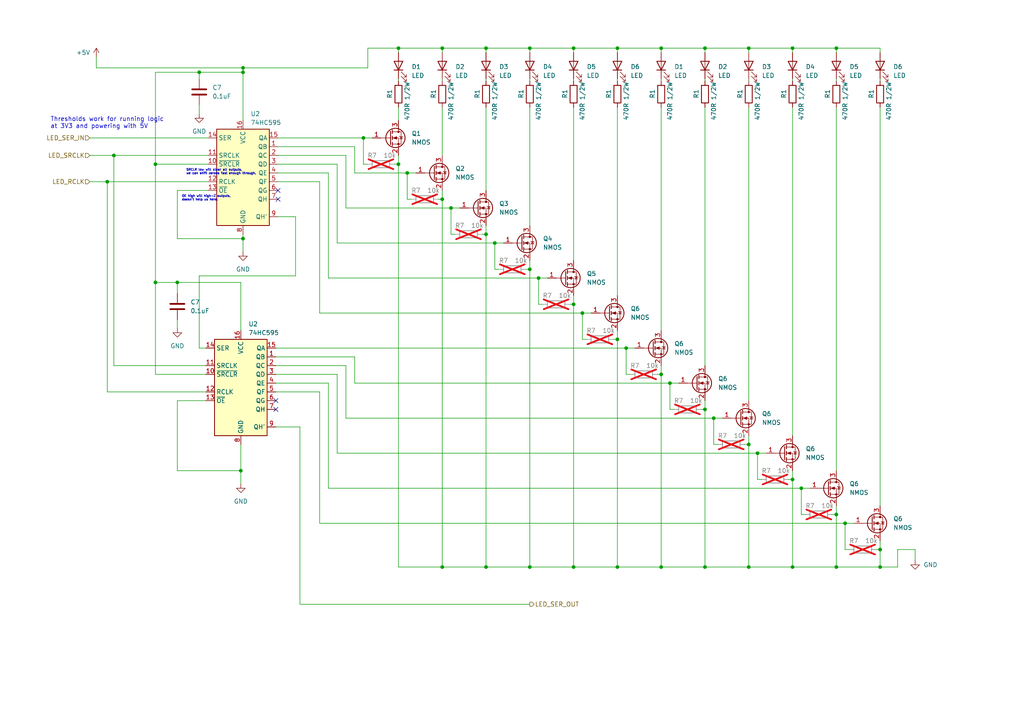
<source format=kicad_sch>
(kicad_sch (version 20230121) (generator eeschema)
  (paper "A4")
  (lib_symbols
    (symbol "74xx:74HC595"
      (property "Reference" "U" (at -7.62 13.97 0))
      (property "Value" "74HC595" (at -7.62 -16.51 0))
      (symbol "74HC595_1_0"
        (pin tri_state line (at 10.16 7.62 180) (length 2.54) (name "QB") (number "1"))
        (pin input line (at -10.16 2.54 0) (length 2.54) (name "~{SRCLR}") (number "10"))
        (pin input line (at -10.16 5.08 0) (length 2.54) (name "SRCLK") (number "11"))
        (pin input line (at -10.16 -2.54 0) (length 2.54) (name "RCLK") (number "12"))
        (pin input line (at -10.16 -5.08 0) (length 2.54) (name "~{OE}") (number "13"))
        (pin input line (at -10.16 10.16 0) (length 2.54) (name "SER") (number "14"))
        (pin tri_state line (at 10.16 10.16 180) (length 2.54) (name "QA") (number "15"))
        (pin power_in line (at 0 15.24 270) (length 2.54) (name "VCC") (number "16"))
        (pin tri_state line (at 10.16 5.08 180) (length 2.54) (name "QC") (number "2"))
        (pin tri_state line (at 10.16 2.54 180) (length 2.54) (name "QD") (number "3"))
        (pin tri_state line (at 10.16 0 180) (length 2.54) (name "QE") (number "4"))
        (pin tri_state line (at 10.16 -2.54 180) (length 2.54) (name "QF") (number "5"))
        (pin tri_state line (at 10.16 -5.08 180) (length 2.54) (name "QG") (number "6"))
        (pin tri_state line (at 10.16 -7.62 180) (length 2.54) (name "QH") (number "7"))
        (pin power_in line (at 0 -17.78 90) (length 2.54) (name "GND") (number "8"))
        (pin output line (at 10.16 -12.7 180) (length 2.54) (name "QH'") (number "9"))
      )
      (symbol "74HC595_1_1"
        (rectangle (start -7.62 12.7) (end 7.62 -15.24) (stroke (width 0.254)) (fill (type background)))
      )
    )
    (symbol "Device:C" (pin_numbers hide) (pin_names (offset 0.254))
      (property "Reference" "C" (at 0.635 2.54 0))
      (property "Value" "C" (at 0.635 -2.54 0))
      (symbol "C_0_1"
        (polyline (pts (xy -2.032 -0.762) (xy 2.032 -0.762)) (stroke (width 0.508)))
        (polyline (pts (xy -2.032 0.762) (xy 2.032 0.762)) (stroke (width 0.508)))
      )
      (symbol "C_1_1"
        (pin passive line (at 0 3.81 270) (length 2.794) (name "~") (number "1"))
        (pin passive line (at 0 -3.81 90) (length 2.794) (name "~") (number "2"))
      )
    )
    (symbol "Device:LED" (pin_numbers hide) (pin_names (offset 1.016) hide)
      (property "Reference" "D" (at 0 2.54 0))
      (property "Value" "LED" (at 0 -2.54 0))
      (symbol "LED_0_1"
        (polyline (pts (xy -1.27 -1.27) (xy -1.27 1.27)) (stroke (width 0.254)))
        (polyline (pts (xy -1.27 0) (xy 1.27 0)))
        (polyline (pts (xy 1.27 -1.27) (xy 1.27 1.27) (xy -1.27 0) (xy 1.27 -1.27)) (stroke (width 0.254)))
        (polyline (pts (xy -3.048 -0.762) (xy -4.572 -2.286) (xy -3.81 -2.286) (xy -4.572 -2.286) (xy -4.572 -1.524)))
        (polyline (pts (xy -1.778 -0.762) (xy -3.302 -2.286) (xy -2.54 -2.286) (xy -3.302 -2.286) (xy -3.302 -1.524)))
      )
      (symbol "LED_1_1"
        (pin passive line (at -3.81 0 0) (length 2.54) (name "K") (number "1"))
        (pin passive line (at 3.81 0 180) (length 2.54) (name "A") (number "2"))
      )
    )
    (symbol "Device:Q_NMOS_GSD" (pin_names (offset 0) hide)
      (property "Reference" "Q" (at 5.08 1.27 0))
      (property "Value" "Q_NMOS_GSD" (at 5.08 -1.27 0))
      (symbol "Q_NMOS_GSD_0_1"
        (polyline (pts (xy 0.254 0) (xy -2.54 0)))
        (polyline (pts (xy 0.254 1.905) (xy 0.254 -1.905)) (stroke (width 0.254)))
        (polyline (pts (xy 0.762 -1.27) (xy 0.762 -2.286)) (stroke (width 0.254)))
        (polyline (pts (xy 0.762 0.508) (xy 0.762 -0.508)) (stroke (width 0.254)))
        (polyline (pts (xy 0.762 2.286) (xy 0.762 1.27)) (stroke (width 0.254)))
        (polyline (pts (xy 2.54 2.54) (xy 2.54 1.778)))
        (polyline (pts (xy 2.54 -2.54) (xy 2.54 0) (xy 0.762 0)))
        (polyline (pts (xy 0.762 -1.778) (xy 3.302 -1.778) (xy 3.302 1.778) (xy 0.762 1.778)))
        (polyline (pts (xy 1.016 0) (xy 2.032 0.381) (xy 2.032 -0.381) (xy 1.016 0)) (fill (type outline)))
        (polyline (pts (xy 2.794 0.508) (xy 2.921 0.381) (xy 3.683 0.381) (xy 3.81 0.254)))
        (polyline (pts (xy 3.302 0.381) (xy 2.921 -0.254) (xy 3.683 -0.254) (xy 3.302 0.381)))
        (circle (center 1.651 0) (radius 2.794) (stroke (width 0.254)))
        (circle (center 2.54 -1.778) (radius 0.254) (fill (type outline)))
        (circle (center 2.54 1.778) (radius 0.254) (fill (type outline)))
      )
      (symbol "Q_NMOS_GSD_1_1"
        (pin input line (at -5.08 0 0) (length 2.54) (name "G") (number "1"))
        (pin passive line (at 2.54 -5.08 90) (length 2.54) (name "S") (number "2"))
        (pin passive line (at 2.54 5.08 270) (length 2.54) (name "D") (number "3"))
      )
    )
    (symbol "Device:R" (pin_numbers hide) (pin_names (offset 0))
      (property "Reference" "R" (at 2.032 0 90))
      (property "Value" "R" (at 0 0 90))
      (symbol "R_0_1"
        (rectangle (start -1.016 -2.54) (end 1.016 2.54) (stroke (width 0.254)))
      )
      (symbol "R_1_1"
        (pin passive line (at 0 3.81 270) (length 1.27) (name "~") (number "1"))
        (pin passive line (at 0 -3.81 90) (length 1.27) (name "~") (number "2"))
      )
    )
    (symbol "power:+5V" (power) (pin_names (offset 0))
      (property "Value" "+5V" (at 0 3.556 0))
      (symbol "+5V_0_1"
        (polyline (pts (xy -0.762 1.27) (xy 0 2.54)))
        (polyline (pts (xy 0 0) (xy 0 2.54)))
        (polyline (pts (xy 0 2.54) (xy 0.762 1.27)))
      )
      (symbol "+5V_1_1"
        (pin power_in line (at 0 0 90) (length 0) hide (name "+5V") (number "1"))
      )
    )
    (symbol "power:GND" (power) (pin_names (offset 0))
      (property "Value" "GND" (at 0 -3.81 0))
      (symbol "GND_0_1"
        (polyline (pts (xy 0 0) (xy 0 -1.27) (xy 1.27 -1.27) (xy 0 -2.54) (xy -1.27 -1.27) (xy 0 -1.27)))
      )
      (symbol "GND_1_1"
        (pin power_in line (at 0 0 270) (length 0) hide (name "GND") (number "1"))
      )
    )
  )
  (junction (at 156.21 80.645))
  (junction (at 118.11 50.165))
  (junction (at 153.67 13.97))
  (junction (at 33.02 45.085))
  (junction (at 57.785 20.955))
  (junction (at 255.27 164.465))
  (junction (at 143.51 70.485))
  (junction (at 128.27 13.97))
  (junction (at 242.57 149.225))
  (junction (at 140.97 164.465))
  (junction (at 191.77 108.585))
  (junction (at 51.435 81.915))
  (junction (at 140.97 13.97))
  (junction (at 153.67 78.105))
  (junction (at 179.07 98.425))
  (junction (at 115.57 13.97))
  (junction (at 229.87 13.97))
  (junction (at 128.27 57.785))
  (junction (at 232.41 141.605))
  (junction (at 229.87 164.465))
  (junction (at 31.115 52.705))
  (junction (at 105.41 40.005))
  (junction (at 166.37 164.465))
  (junction (at 191.77 13.97))
  (junction (at 153.67 164.465))
  (junction (at 207.01 121.285))
  (junction (at 166.37 88.265))
  (junction (at 45.085 81.915))
  (junction (at 179.07 164.465))
  (junction (at 69.85 136.525))
  (junction (at 130.81 60.325))
  (junction (at 179.07 13.97))
  (junction (at 204.47 164.465))
  (junction (at 204.47 118.745))
  (junction (at 204.47 13.97))
  (junction (at 45.085 47.625))
  (junction (at 70.485 19.685))
  (junction (at 217.17 13.97))
  (junction (at 229.87 139.065))
  (junction (at 168.91 90.805))
  (junction (at 181.61 100.965))
  (junction (at 219.71 131.445))
  (junction (at 242.57 164.465))
  (junction (at 128.27 164.465))
  (junction (at 115.57 47.625))
  (junction (at 245.11 151.765))
  (junction (at 217.17 164.465))
  (junction (at 166.37 13.97))
  (junction (at 191.77 164.465))
  (junction (at 242.57 13.97))
  (junction (at 70.485 69.215))
  (junction (at 140.97 67.945))
  (junction (at 217.17 128.905))
  (junction (at 255.27 159.385))
  (junction (at 194.31 111.125))
  (junction (at 70.485 20.955))
  (no_connect (at 80.645 57.785))
  (no_connect (at 80.645 55.245))
  (no_connect (at 80.01 116.205))
  (no_connect (at 80.01 118.745))
  (wire (pts (xy 204.47 31.115) (xy 204.47 106.045)))
  (wire (pts (xy 166.37 31.115) (xy 166.37 75.565)))
  (wire (pts (xy 60.325 55.245) (xy 51.435 55.245)))
  (wire (pts (xy 207.01 128.905) (xy 207.01 121.285)))
  (wire (pts (xy 102.87 50.165) (xy 118.11 50.165)))
  (wire (pts (xy 194.31 111.125) (xy 196.85 111.125)))
  (wire (pts (xy 228.6 139.065) (xy 229.87 139.065)))
  (wire (pts (xy 140.97 22.86) (xy 140.97 23.495)))
  (wire (pts (xy 217.17 22.86) (xy 217.17 23.495)))
  (wire (pts (xy 217.17 128.905) (xy 217.17 164.465)))
  (wire (pts (xy 118.11 50.165) (xy 120.65 50.165)))
  (wire (pts (xy 57.785 80.01) (xy 57.785 100.965)))
  (wire (pts (xy 92.71 52.705) (xy 80.645 52.705)))
  (wire (pts (xy 219.71 131.445) (xy 222.25 131.445)))
  (wire (pts (xy 26.035 52.705) (xy 31.115 52.705)))
  (wire (pts (xy 95.25 50.165) (xy 95.25 80.645)))
  (wire (pts (xy 140.97 67.945) (xy 140.97 164.465)))
  (wire (pts (xy 92.71 113.665) (xy 92.71 151.765)))
  (wire (pts (xy 233.68 149.225) (xy 232.41 149.225)))
  (wire (pts (xy 191.77 106.045) (xy 191.77 108.585)))
  (wire (pts (xy 153.67 75.565) (xy 153.67 78.105)))
  (wire (pts (xy 204.47 164.465) (xy 217.17 164.465)))
  (wire (pts (xy 191.77 164.465) (xy 204.47 164.465)))
  (wire (pts (xy 179.07 95.885) (xy 179.07 98.425)))
  (wire (pts (xy 100.33 121.285) (xy 207.01 121.285)))
  (wire (pts (xy 115.57 47.625) (xy 115.57 164.465)))
  (wire (pts (xy 219.71 139.065) (xy 219.71 131.445)))
  (wire (pts (xy 69.85 136.525) (xy 69.85 140.335)))
  (wire (pts (xy 203.2 118.745) (xy 204.47 118.745)))
  (wire (pts (xy 92.71 90.805) (xy 168.91 90.805)))
  (wire (pts (xy 127 57.785) (xy 128.27 57.785)))
  (wire (pts (xy 255.27 31.115) (xy 255.27 146.685)))
  (wire (pts (xy 232.41 141.605) (xy 234.95 141.605)))
  (wire (pts (xy 106.68 19.685) (xy 106.68 13.97)))
  (wire (pts (xy 33.02 106.045) (xy 59.69 106.045)))
  (wire (pts (xy 115.57 22.86) (xy 115.57 23.495)))
  (wire (pts (xy 80.645 62.865) (xy 85.725 62.865)))
  (wire (pts (xy 265.43 162.56) (xy 265.43 159.385)))
  (wire (pts (xy 69.85 81.915) (xy 69.85 95.885)))
  (wire (pts (xy 106.68 47.625) (xy 105.41 47.625)))
  (wire (pts (xy 191.77 108.585) (xy 191.77 164.465)))
  (wire (pts (xy 140.97 31.115) (xy 140.97 55.245)))
  (wire (pts (xy 179.07 98.425) (xy 179.07 164.465)))
  (wire (pts (xy 31.115 52.705) (xy 31.115 113.665)))
  (wire (pts (xy 143.51 78.105) (xy 143.51 70.485)))
  (wire (pts (xy 255.27 13.97) (xy 255.27 15.24)))
  (wire (pts (xy 128.27 55.245) (xy 128.27 57.785)))
  (wire (pts (xy 242.57 146.685) (xy 242.57 149.225)))
  (wire (pts (xy 45.085 47.625) (xy 45.085 81.915)))
  (wire (pts (xy 229.87 164.465) (xy 242.57 164.465)))
  (wire (pts (xy 232.41 149.225) (xy 232.41 141.605)))
  (wire (pts (xy 69.85 128.905) (xy 69.85 136.525)))
  (wire (pts (xy 97.79 47.625) (xy 97.79 70.485)))
  (wire (pts (xy 179.07 164.465) (xy 191.77 164.465)))
  (wire (pts (xy 181.61 108.585) (xy 181.61 100.965)))
  (wire (pts (xy 92.71 151.765) (xy 245.11 151.765)))
  (wire (pts (xy 166.37 22.86) (xy 166.37 23.495)))
  (wire (pts (xy 51.435 81.915) (xy 45.085 81.915)))
  (wire (pts (xy 245.11 151.765) (xy 247.65 151.765)))
  (wire (pts (xy 85.725 80.01) (xy 57.785 80.01)))
  (wire (pts (xy 102.87 42.545) (xy 80.645 42.545)))
  (wire (pts (xy 115.57 13.97) (xy 128.27 13.97)))
  (wire (pts (xy 179.07 13.97) (xy 191.77 13.97)))
  (wire (pts (xy 153.67 31.115) (xy 153.67 65.405)))
  (wire (pts (xy 156.21 88.265) (xy 156.21 80.645)))
  (wire (pts (xy 140.97 13.97) (xy 153.67 13.97)))
  (wire (pts (xy 166.37 13.97) (xy 179.07 13.97)))
  (wire (pts (xy 80.01 106.045) (xy 100.33 106.045)))
  (wire (pts (xy 179.07 13.97) (xy 179.07 15.24)))
  (wire (pts (xy 95.25 111.125) (xy 80.01 111.125)))
  (wire (pts (xy 217.17 13.97) (xy 229.87 13.97)))
  (wire (pts (xy 60.325 47.625) (xy 45.085 47.625)))
  (wire (pts (xy 204.47 22.86) (xy 204.47 23.495)))
  (wire (pts (xy 217.17 164.465) (xy 229.87 164.465)))
  (wire (pts (xy 229.87 13.97) (xy 229.87 15.24)))
  (wire (pts (xy 45.085 20.955) (xy 57.785 20.955)))
  (wire (pts (xy 260.35 164.465) (xy 255.27 164.465)))
  (wire (pts (xy 102.87 103.505) (xy 102.87 111.125)))
  (wire (pts (xy 80.645 40.005) (xy 105.41 40.005)))
  (wire (pts (xy 97.79 108.585) (xy 80.01 108.585)))
  (wire (pts (xy 207.01 121.285) (xy 209.55 121.285)))
  (wire (pts (xy 51.435 69.215) (xy 70.485 69.215)))
  (wire (pts (xy 179.07 22.86) (xy 179.07 23.495)))
  (wire (pts (xy 217.17 31.115) (xy 217.17 116.205)))
  (wire (pts (xy 255.27 159.385) (xy 255.27 164.465)))
  (wire (pts (xy 70.485 69.215) (xy 70.485 73.025)))
  (wire (pts (xy 115.57 45.085) (xy 115.57 47.625)))
  (wire (pts (xy 45.085 81.915) (xy 45.085 108.585)))
  (wire (pts (xy 255.27 156.845) (xy 255.27 159.385)))
  (wire (pts (xy 194.31 118.745) (xy 194.31 111.125)))
  (wire (pts (xy 100.33 45.085) (xy 100.33 60.325)))
  (wire (pts (xy 85.725 62.865) (xy 85.725 80.01)))
  (wire (pts (xy 165.1 88.265) (xy 166.37 88.265)))
  (wire (pts (xy 168.91 98.425) (xy 168.91 90.805)))
  (wire (pts (xy 45.085 20.955) (xy 45.085 47.625)))
  (wire (pts (xy 170.18 98.425) (xy 168.91 98.425)))
  (wire (pts (xy 215.9 128.905) (xy 217.17 128.905)))
  (wire (pts (xy 128.27 57.785) (xy 128.27 164.465)))
  (wire (pts (xy 70.485 20.955) (xy 70.485 34.925)))
  (wire (pts (xy 242.57 164.465) (xy 255.27 164.465)))
  (wire (pts (xy 105.41 47.625) (xy 105.41 40.005)))
  (wire (pts (xy 195.58 118.745) (xy 194.31 118.745)))
  (wire (pts (xy 115.57 164.465) (xy 128.27 164.465)))
  (wire (pts (xy 181.61 100.965) (xy 184.15 100.965)))
  (wire (pts (xy 204.47 118.745) (xy 204.47 164.465)))
  (wire (pts (xy 217.17 13.97) (xy 217.17 15.24)))
  (wire (pts (xy 95.25 111.125) (xy 95.25 141.605)))
  (wire (pts (xy 246.38 159.385) (xy 245.11 159.385)))
  (wire (pts (xy 191.77 22.86) (xy 191.77 23.495)))
  (wire (pts (xy 51.435 81.915) (xy 51.435 85.09)))
  (wire (pts (xy 70.485 19.685) (xy 70.485 20.955)))
  (wire (pts (xy 115.57 13.97) (xy 115.57 15.24)))
  (wire (pts (xy 242.57 31.115) (xy 242.57 136.525)))
  (wire (pts (xy 57.785 20.955) (xy 70.485 20.955)))
  (wire (pts (xy 152.4 78.105) (xy 153.67 78.105)))
  (wire (pts (xy 245.11 159.385) (xy 245.11 151.765)))
  (wire (pts (xy 97.79 131.445) (xy 219.71 131.445)))
  (wire (pts (xy 26.035 40.005) (xy 60.325 40.005)))
  (wire (pts (xy 140.97 13.97) (xy 140.97 15.24)))
  (wire (pts (xy 130.81 60.325) (xy 133.35 60.325)))
  (wire (pts (xy 177.8 98.425) (xy 179.07 98.425)))
  (wire (pts (xy 97.79 70.485) (xy 143.51 70.485)))
  (wire (pts (xy 153.67 13.97) (xy 166.37 13.97)))
  (wire (pts (xy 128.27 22.86) (xy 128.27 23.495)))
  (wire (pts (xy 229.87 22.86) (xy 229.87 23.495)))
  (wire (pts (xy 166.37 85.725) (xy 166.37 88.265)))
  (wire (pts (xy 119.38 57.785) (xy 118.11 57.785)))
  (wire (pts (xy 229.87 13.97) (xy 242.57 13.97)))
  (wire (pts (xy 95.25 141.605) (xy 232.41 141.605)))
  (wire (pts (xy 128.27 13.97) (xy 128.27 15.24)))
  (wire (pts (xy 157.48 88.265) (xy 156.21 88.265)))
  (wire (pts (xy 265.43 159.385) (xy 260.35 159.385)))
  (wire (pts (xy 182.88 108.585) (xy 181.61 108.585)))
  (wire (pts (xy 229.87 139.065) (xy 229.87 164.465)))
  (wire (pts (xy 242.57 13.97) (xy 255.27 13.97)))
  (wire (pts (xy 106.68 13.97) (xy 115.57 13.97)))
  (wire (pts (xy 191.77 13.97) (xy 191.77 15.24)))
  (wire (pts (xy 242.57 13.97) (xy 242.57 15.24)))
  (wire (pts (xy 80.645 45.085) (xy 100.33 45.085)))
  (wire (pts (xy 166.37 88.265) (xy 166.37 164.465)))
  (wire (pts (xy 80.645 50.165) (xy 95.25 50.165)))
  (wire (pts (xy 80.01 103.505) (xy 102.87 103.505)))
  (wire (pts (xy 128.27 164.465) (xy 140.97 164.465)))
  (wire (pts (xy 26.035 45.085) (xy 33.02 45.085)))
  (wire (pts (xy 114.3 47.625) (xy 115.57 47.625)))
  (wire (pts (xy 27.94 16.51) (xy 27.94 19.685)))
  (wire (pts (xy 31.115 113.665) (xy 59.69 113.665)))
  (wire (pts (xy 242.57 22.86) (xy 242.57 23.495)))
  (wire (pts (xy 100.33 60.325) (xy 130.81 60.325)))
  (wire (pts (xy 191.77 13.97) (xy 204.47 13.97)))
  (wire (pts (xy 31.115 52.705) (xy 60.325 52.705)))
  (wire (pts (xy 179.07 31.115) (xy 179.07 85.725)))
  (wire (pts (xy 255.27 22.86) (xy 255.27 23.495)))
  (wire (pts (xy 70.485 19.685) (xy 106.68 19.685)))
  (wire (pts (xy 105.41 40.005) (xy 107.95 40.005)))
  (wire (pts (xy 57.785 100.965) (xy 59.69 100.965)))
  (wire (pts (xy 59.69 116.205) (xy 51.435 116.205)))
  (wire (pts (xy 242.57 149.225) (xy 242.57 164.465)))
  (wire (pts (xy 102.87 42.545) (xy 102.87 50.165)))
  (wire (pts (xy 51.435 116.205) (xy 51.435 136.525)))
  (wire (pts (xy 204.47 13.97) (xy 204.47 15.24)))
  (wire (pts (xy 97.79 108.585) (xy 97.79 131.445)))
  (wire (pts (xy 204.47 13.97) (xy 217.17 13.97)))
  (wire (pts (xy 220.98 139.065) (xy 219.71 139.065)))
  (wire (pts (xy 166.37 164.465) (xy 179.07 164.465)))
  (wire (pts (xy 153.67 22.86) (xy 153.67 23.495)))
  (wire (pts (xy 80.01 123.825) (xy 86.995 123.825)))
  (wire (pts (xy 191.77 31.115) (xy 191.77 95.885)))
  (wire (pts (xy 140.97 164.465) (xy 153.67 164.465)))
  (wire (pts (xy 139.7 67.945) (xy 140.97 67.945)))
  (wire (pts (xy 260.35 159.385) (xy 260.35 164.465)))
  (wire (pts (xy 144.78 78.105) (xy 143.51 78.105)))
  (wire (pts (xy 140.97 65.405) (xy 140.97 67.945)))
  (wire (pts (xy 57.785 20.955) (xy 57.785 22.86)))
  (wire (pts (xy 204.47 116.205) (xy 204.47 118.745)))
  (wire (pts (xy 97.79 47.625) (xy 80.645 47.625)))
  (wire (pts (xy 132.08 67.945) (xy 130.81 67.945)))
  (wire (pts (xy 33.02 45.085) (xy 60.325 45.085)))
  (wire (pts (xy 168.91 90.805) (xy 171.45 90.805)))
  (wire (pts (xy 80.01 100.965) (xy 181.61 100.965)))
  (wire (pts (xy 115.57 31.115) (xy 115.57 34.925)))
  (wire (pts (xy 156.21 80.645) (xy 158.75 80.645)))
  (wire (pts (xy 130.81 67.945) (xy 130.81 60.325)))
  (wire (pts (xy 102.87 111.125) (xy 194.31 111.125)))
  (wire (pts (xy 217.17 126.365) (xy 217.17 128.905)))
  (wire (pts (xy 70.485 67.945) (xy 70.485 69.215)))
  (wire (pts (xy 118.11 57.785) (xy 118.11 50.165)))
  (wire (pts (xy 86.995 175.26) (xy 153.67 175.26)))
  (wire (pts (xy 128.27 31.115) (xy 128.27 45.085)))
  (wire (pts (xy 229.87 136.525) (xy 229.87 139.065)))
  (wire (pts (xy 69.85 81.915) (xy 51.435 81.915)))
  (wire (pts (xy 190.5 108.585) (xy 191.77 108.585)))
  (wire (pts (xy 128.27 13.97) (xy 140.97 13.97)))
  (wire (pts (xy 100.33 106.045) (xy 100.33 121.285)))
  (wire (pts (xy 208.28 128.905) (xy 207.01 128.905)))
  (wire (pts (xy 51.435 92.71) (xy 51.435 95.25)))
  (wire (pts (xy 166.37 13.97) (xy 166.37 15.24)))
  (wire (pts (xy 153.67 78.105) (xy 153.67 164.465)))
  (wire (pts (xy 143.51 70.485) (xy 146.05 70.485)))
  (wire (pts (xy 57.785 30.48) (xy 57.785 33.02)))
  (wire (pts (xy 86.995 123.825) (xy 86.995 175.26)))
  (wire (pts (xy 59.69 108.585) (xy 45.085 108.585)))
  (wire (pts (xy 51.435 136.525) (xy 69.85 136.525)))
  (wire (pts (xy 229.87 31.115) (xy 229.87 126.365)))
  (wire (pts (xy 51.435 55.245) (xy 51.435 69.215)))
  (wire (pts (xy 254 159.385) (xy 255.27 159.385)))
  (wire (pts (xy 241.3 149.225) (xy 242.57 149.225)))
  (wire (pts (xy 92.71 52.705) (xy 92.71 90.805)))
  (wire (pts (xy 92.71 113.665) (xy 80.01 113.665)))
  (wire (pts (xy 153.67 13.97) (xy 153.67 15.24)))
  (wire (pts (xy 95.25 80.645) (xy 156.21 80.645)))
  (wire (pts (xy 27.94 19.685) (xy 70.485 19.685)))
  (wire (pts (xy 153.67 164.465) (xy 166.37 164.465)))
  (wire (pts (xy 33.02 45.085) (xy 33.02 106.045)))
  (text "SRCLR low will clear all outputs,\nwe can shift zeroes fast enough through." (at 53.975 50.8 0) (effects (font (size 0.635 0.635)) (justify left bottom)))
  (text "OE high will high-Z outputs,\ndoesn't help us here." (at 52.705 58.42 0) (effects (font (size 0.635 0.635)) (justify left bottom)))
  (text "Thresholds work for running logic\nat 3V3 and powering with 5V" (at 14.605 37.465 0) (effects (font (size 1.27 1.27)) (justify left bottom)))
  (hierarchical_label "LED_RCLK" (shape input) (at 26.035 52.705 180))
  (hierarchical_label "LED_SER_IN" (shape input) (at 26.035 40.005 180))
  (hierarchical_label "LED_SER_OUT" (shape output) (at 153.67 175.26 0))
  (hierarchical_label "LED_SRCLK" (shape input) (at 26.035 45.085 180))
  (symbol (lib_id "Device:R") (at 166.37 27.305 0) (unit 1)
    (property "Reference" "R1" (at 163.83 28.575 90) (effects (justify left)))
    (property "Value" "470R 1/2W" (at 168.91 34.925 90) (effects (justify left)))
    (property "Footprint" "Resistor_SMD:R_1206_3216Metric" (effects hide))
    (property "MPN" "ERJ-P08J471V" (effects hide))
    (property "Link" "https://www.digikey.de/en/products/detail/panasonic-electronic-components/ERJ-P08J471V/525396" (effects hide))
    (instances (project "button-board" (path "" (reference "R1") (unit 1)) (path "" (reference "R21") (unit 1)) (path "" (reference "R81") (unit 1)) (path "" (reference "R34") (unit 1))))
  )
  (symbol (lib_id "Device:R") (at 179.07 27.305 0) (unit 1)
    (property "Reference" "R1" (at 176.53 28.575 90) (effects (justify left)))
    (property "Value" "470R 1/2W" (at 181.61 34.925 90) (effects (justify left)))
    (property "Footprint" "Resistor_SMD:R_1206_3216Metric" (effects hide))
    (property "MPN" "ERJ-P08J471V" (effects hide))
    (property "Link" "https://www.digikey.de/en/products/detail/panasonic-electronic-components/ERJ-P08J471V/525396" (effects hide))
    (instances (project "button-board" (path "" (reference "R1") (unit 1)) (path "" (reference "R21") (unit 1)) (path "" (reference "R83") (unit 1)) (path "" (reference "R35") (unit 1))))
  )
  (symbol (lib_id "Device:Q_NMOS_GSD") (at 252.73 151.765 0) (unit 1)
    (property "Reference" "Q6" (at 259.08 150.495 0) (effects (justify left)))
    (property "Value" "NMOS" (at 259.08 153.035 0) (effects (justify left)))
    (property "Footprint" "Package_TO_SOT_SMD:TSOT-23" (effects hide))
    (property "Link" "https://www.digikey.de/en/products/detail/anbon-semiconductor-int-l-limited/AS2302/16708469" (effects hide))
    (property "MPN" "AS2302" (effects hide))
    (instances (project "button-board" (path "" (reference "Q6") (unit 1)) (path "" (reference "Q12") (unit 1)) (path "" (reference "Q37") (unit 1)) (path "" (reference "Q24") (unit 1))))
  )
  (symbol (lib_id "Device:R") (at 255.27 27.305 0) (unit 1)
    (property "Reference" "R1" (at 252.73 28.575 90) (effects (justify left)))
    (property "Value" "470R 1/2W" (at 257.81 34.925 90) (effects (justify left)))
    (property "Footprint" "Resistor_SMD:R_1206_3216Metric" (effects hide))
    (property "MPN" "ERJ-P08J471V" (effects hide))
    (property "Link" "https://www.digikey.de/en/products/detail/panasonic-electronic-components/ERJ-P08J471V/525396" (effects hide))
    (instances (project "button-board" (path "" (reference "R1") (unit 1)) (path "" (reference "R21") (unit 1)) (path "" (reference "R95") (unit 1)) (path "" (reference "R64") (unit 1))))
  )
  (symbol (lib_id "Device:LED") (at 140.97 19.05 90) (unit 1)
    (property "Reference" "D3" (at 144.78 19.3675 90) (effects (justify right)))
    (property "Value" "LED" (at 144.78 21.9075 90) (effects (justify right)))
    (property "Footprint" "LED_SMD:LED_SunLED_XZ_Reverse_Mount" (effects hide))
    (instances (project "button-board" (path "" (reference "D3") (unit 1)) (path "" (reference "D9") (unit 1)) (path "" (reference "D30") (unit 1)) (path "" (reference "D3") (unit 1))))
  )
  (symbol (lib_id "Device:Q_NMOS_GSD") (at 240.03 141.605 0) (unit 1)
    (property "Reference" "Q6" (at 246.38 140.335 0) (effects (justify left)))
    (property "Value" "NMOS" (at 246.38 142.875 0) (effects (justify left)))
    (property "Footprint" "Package_TO_SOT_SMD:TSOT-23" (effects hide))
    (property "Link" "https://www.digikey.de/en/products/detail/anbon-semiconductor-int-l-limited/AS2302/16708469" (effects hide))
    (property "MPN" "AS2302" (effects hide))
    (instances (project "button-board" (path "" (reference "Q6") (unit 1)) (path "" (reference "Q12") (unit 1)) (path "" (reference "Q36") (unit 1)) (path "" (reference "Q23") (unit 1))))
  )
  (symbol (lib_id "Device:R") (at 140.97 27.305 0) (unit 1)
    (property "Reference" "R1" (at 138.43 28.575 90) (effects (justify left)))
    (property "Value" "470R 1/2W" (at 143.51 34.925 90) (effects (justify left)))
    (property "Footprint" "Resistor_SMD:R_1206_3216Metric" (effects hide))
    (property "MPN" "ERJ-P08J471V" (effects hide))
    (property "Link" "https://www.digikey.de/en/products/detail/panasonic-electronic-components/ERJ-P08J471V/525396" (effects hide))
    (instances (project "button-board" (path "" (reference "R1") (unit 1)) (path "" (reference "R21") (unit 1)) (path "" (reference "R77") (unit 1)) (path "" (reference "R19") (unit 1))))
  )
  (symbol (lib_id "Device:Q_NMOS_GSD") (at 176.53 90.805 0) (unit 1)
    (property "Reference" "Q6" (at 182.88 89.535 0) (effects (justify left)))
    (property "Value" "NMOS" (at 182.88 92.075 0) (effects (justify left)))
    (property "Footprint" "Package_TO_SOT_SMD:TSOT-23" (effects hide))
    (property "Link" "https://www.digikey.de/en/products/detail/anbon-semiconductor-int-l-limited/AS2302/16708469" (effects hide))
    (property "MPN" "AS2302" (effects hide))
    (instances (project "button-board" (path "" (reference "Q6") (unit 1)) (path "" (reference "Q12") (unit 1)) (path "" (reference "Q31") (unit 1)) (path "" (reference "Q6") (unit 1))))
  )
  (symbol (lib_id "Device:R") (at 212.09 128.905 90) (unit 1) (in_bom no) (dnp yes)
    (property "Reference" "R7" (at 209.55 126.365 90))
    (property "Value" "10k" (at 214.63 126.365 90))
    (property "Footprint" "Resistor_SMD:R_0603_1608Metric" (effects hide))
    (instances (project "button-board" (path "" (reference "R7") (unit 1)) (path "" (reference "R30") (unit 1)) (path "" (reference "R88") (unit 1)) (path "" (reference "R102") (unit 1))))
  )
  (symbol (lib_id "74xx:74HC595") (at 70.485 50.165 0) (unit 1)
    (property "Reference" "U2" (at 72.6791 33.02 0) (effects (justify left)))
    (property "Value" "74HC595" (at 72.6791 35.56 0) (effects (justify left)))
    (property "Footprint" "Package_SO:TSSOP-16_4.4x5mm_P0.65mm" (effects hide))
    (property "Datasheet" "http://www.ti.com/lit/ds/symlink/sn74hc595.pdf" (effects hide))
    (property "Link" "https://www.digikey.de/en/products/detail/nexperia-usa-inc/74HC595PW-118/946653" (effects hide))
    (property "MPN" "74HC595PW,118" (effects hide))
    (instances (project "button-board" (path "" (reference "U2") (unit 1)) (path "" (reference "U2") (unit 1)) (path "" (reference "U4") (unit 1)) (path "" (reference "U9") (unit 1)) (path "" (reference "U8") (unit 1))))
  )
  (symbol (lib_id "Device:R") (at 204.47 27.305 0) (unit 1)
    (property "Reference" "R1" (at 201.93 28.575 90) (effects (justify left)))
    (property "Value" "470R 1/2W" (at 207.01 34.925 90) (effects (justify left)))
    (property "Footprint" "Resistor_SMD:R_1206_3216Metric" (effects hide))
    (property "MPN" "ERJ-P08J471V" (effects hide))
    (property "Link" "https://www.digikey.de/en/products/detail/panasonic-electronic-components/ERJ-P08J471V/525396" (effects hide))
    (instances (project "button-board" (path "" (reference "R1") (unit 1)) (path "" (reference "R21") (unit 1)) (path "" (reference "R87") (unit 1)) (path "" (reference "R2") (unit 1))))
  )
  (symbol (lib_id "power:GND") (at 57.785 33.02 0) (unit 1)
    (property "Reference" "#PWR08" (effects hide))
    (property "Value" "GND" (at 57.785 38.1 0))
    (instances (project "button-board" (path "" (reference "#PWR08") (unit 1)) (path "" (reference "#PWR039") (unit 1)) (path "" (reference "#PWR035") (unit 1))))
  )
  (symbol (lib_id "Device:LED") (at 166.37 19.05 90) (unit 1)
    (property "Reference" "D5" (at 170.18 19.3675 90) (effects (justify right)))
    (property "Value" "LED" (at 170.18 21.9075 90) (effects (justify right)))
    (property "Footprint" "LED_SMD:LED_SunLED_XZ_Reverse_Mount" (effects hide))
    (instances (project "button-board" (path "" (reference "D5") (unit 1)) (path "" (reference "D11") (unit 1)) (path "" (reference "D32") (unit 1)) (path "" (reference "D5") (unit 1))))
  )
  (symbol (lib_id "Device:R") (at 153.67 27.305 0) (unit 1)
    (property "Reference" "R1" (at 151.13 28.575 90) (effects (justify left)))
    (property "Value" "470R 1/2W" (at 156.21 34.925 90) (effects (justify left)))
    (property "Footprint" "Resistor_SMD:R_1206_3216Metric" (effects hide))
    (property "MPN" "ERJ-P08J471V" (effects hide))
    (property "Link" "https://www.digikey.de/en/products/detail/panasonic-electronic-components/ERJ-P08J471V/525396" (effects hide))
    (instances (project "button-board" (path "" (reference "R1") (unit 1)) (path "" (reference "R21") (unit 1)) (path "" (reference "R79") (unit 1)) (path "" (reference "R20") (unit 1))))
  )
  (symbol (lib_id "Device:LED") (at 204.47 19.05 90) (unit 1)
    (property "Reference" "D2" (at 208.28 19.3675 90) (effects (justify right)))
    (property "Value" "LED" (at 208.28 21.9075 90) (effects (justify right)))
    (property "Footprint" "LTST-C230K:LED_LTST-C230K" (effects hide))
    (instances (project "button-board" (path "" (reference "D2") (unit 1)) (path "" (reference "D8") (unit 1)) (path "" (reference "D35") (unit 1)) (path "" (reference "D20") (unit 1))))
  )
  (symbol (lib_id "Device:R") (at 186.69 108.585 90) (unit 1) (in_bom no) (dnp yes)
    (property "Reference" "R7" (at 184.15 106.045 90))
    (property "Value" "10k" (at 189.23 106.045 90))
    (property "Footprint" "Resistor_SMD:R_0603_1608Metric" (effects hide))
    (instances (project "button-board" (path "" (reference "R7") (unit 1)) (path "" (reference "R30") (unit 1)) (path "" (reference "R84") (unit 1)) (path "" (reference "R65") (unit 1))))
  )
  (symbol (lib_id "Device:Q_NMOS_GSD") (at 227.33 131.445 0) (unit 1)
    (property "Reference" "Q6" (at 233.68 130.175 0) (effects (justify left)))
    (property "Value" "NMOS" (at 233.68 132.715 0) (effects (justify left)))
    (property "Footprint" "Package_TO_SOT_SMD:TSOT-23" (effects hide))
    (property "Link" "https://www.digikey.de/en/products/detail/anbon-semiconductor-int-l-limited/AS2302/16708469" (effects hide))
    (property "MPN" "AS2302" (effects hide))
    (instances (project "button-board" (path "" (reference "Q6") (unit 1)) (path "" (reference "Q12") (unit 1)) (path "" (reference "Q35") (unit 1)) (path "" (reference "Q22") (unit 1))))
  )
  (symbol (lib_id "Device:Q_NMOS_GSD") (at 151.13 70.485 0) (unit 1)
    (property "Reference" "Q4" (at 157.48 69.215 0) (effects (justify left)))
    (property "Value" "NMOS" (at 157.48 71.755 0) (effects (justify left)))
    (property "Footprint" "Package_TO_SOT_SMD:TSOT-23" (effects hide))
    (property "Link" "https://www.digikey.de/en/products/detail/anbon-semiconductor-int-l-limited/AS2302/16708469" (effects hide))
    (property "MPN" "AS2302" (effects hide))
    (instances (project "button-board" (path "" (reference "Q4") (unit 1)) (path "" (reference "Q10") (unit 1)) (path "" (reference "Q29") (unit 1)) (path "" (reference "Q4") (unit 1))))
  )
  (symbol (lib_id "Device:LED") (at 191.77 19.05 90) (unit 1)
    (property "Reference" "D1" (at 195.58 19.3675 90) (effects (justify right)))
    (property "Value" "LED" (at 195.58 21.9075 90) (effects (justify right)))
    (property "Footprint" "LTST-C230K:LED_LTST-C230K" (effects hide))
    (instances (project "button-board" (path "" (reference "D1") (unit 1)) (path "" (reference "D7") (unit 1)) (path "" (reference "D34") (unit 1)) (path "" (reference "D19") (unit 1))))
  )
  (symbol (lib_id "Device:Q_NMOS_GSD") (at 163.83 80.645 0) (unit 1)
    (property "Reference" "Q5" (at 170.18 79.375 0) (effects (justify left)))
    (property "Value" "NMOS" (at 170.18 81.915 0) (effects (justify left)))
    (property "Footprint" "Package_TO_SOT_SMD:TSOT-23" (effects hide))
    (property "Link" "https://www.digikey.de/en/products/detail/anbon-semiconductor-int-l-limited/AS2302/16708469" (effects hide))
    (property "MPN" "AS2302" (effects hide))
    (instances (project "button-board" (path "" (reference "Q5") (unit 1)) (path "" (reference "Q11") (unit 1)) (path "" (reference "Q30") (unit 1)) (path "" (reference "Q5") (unit 1))))
  )
  (symbol (lib_id "Device:R") (at 148.59 78.105 90) (unit 1) (in_bom no) (dnp yes)
    (property "Reference" "R7" (at 146.05 75.565 90))
    (property "Value" "10k" (at 151.13 75.565 90))
    (property "Footprint" "Resistor_SMD:R_0603_1608Metric" (effects hide))
    (instances (project "button-board" (path "" (reference "R7") (unit 1)) (path "" (reference "R26") (unit 1)) (path "" (reference "R78") (unit 1)) (path "" (reference "R149") (unit 1))))
  )
  (symbol (lib_id "power:+5V") (at 27.94 16.51 0) (unit 1)
    (property "Reference" "#PWR03" (effects hide))
    (property "Value" "+5V" (at 24.13 15.24 0))
    (instances (project "button-board" (path "" (reference "#PWR03") (unit 1)) (path "" (reference "#PWR06") (unit 1)) (path "" (reference "#PWR025") (unit 1)) (path "" (reference "#PWR03") (unit 1))))
  )
  (symbol (lib_id "power:GND") (at 69.85 140.335 0) (unit 1)
    (property "Reference" "#PWR08" (effects hide))
    (property "Value" "GND" (at 69.85 145.415 0))
    (instances (project "button-board" (path "" (reference "#PWR08") (unit 1)) (path "" (reference "#PWR026") (unit 1)) (path "" (reference "#PWR04") (unit 1))))
  )
  (symbol (lib_id "Device:Q_NMOS_GSD") (at 125.73 50.165 0) (unit 1)
    (property "Reference" "Q2" (at 132.08 48.895 0) (effects (justify left)))
    (property "Value" "NMOS" (at 132.08 51.435 0) (effects (justify left)))
    (property "Footprint" "Package_TO_SOT_SMD:TSOT-23" (effects hide))
    (property "Link" "https://www.digikey.de/en/products/detail/anbon-semiconductor-int-l-limited/AS2302/16708469" (effects hide))
    (property "MPN" "AS2302" (effects hide))
    (instances (project "button-board" (path "" (reference "Q2") (unit 1)) (path "" (reference "Q8") (unit 1)) (path "" (reference "Q27") (unit 1)) (path "" (reference "Q2") (unit 1))))
  )
  (symbol (lib_id "Device:R") (at 135.89 67.945 90) (unit 1) (in_bom no) (dnp yes)
    (property "Reference" "R7" (at 133.35 65.405 90))
    (property "Value" "10k" (at 138.43 65.405 90))
    (property "Footprint" "Resistor_SMD:R_0603_1608Metric" (effects hide))
    (instances (project "button-board" (path "" (reference "R7") (unit 1)) (path "" (reference "R24") (unit 1)) (path "" (reference "R76") (unit 1)) (path "" (reference "R133") (unit 1))))
  )
  (symbol (lib_id "Device:LED") (at 128.27 19.05 90) (unit 1)
    (property "Reference" "D2" (at 132.08 19.3675 90) (effects (justify right)))
    (property "Value" "LED" (at 132.08 21.9075 90) (effects (justify right)))
    (property "Footprint" "LED_SMD:LED_SunLED_XZ_Reverse_Mount" (effects hide))
    (instances (project "button-board" (path "" (reference "D2") (unit 1)) (path "" (reference "D8") (unit 1)) (path "" (reference "D29") (unit 1)) (path "" (reference "D2") (unit 1))))
  )
  (symbol (lib_id "Device:R") (at 191.77 27.305 0) (unit 1)
    (property "Reference" "R1" (at 189.23 28.575 90) (effects (justify left)))
    (property "Value" "470R 1/2W" (at 194.31 34.925 90) (effects (justify left)))
    (property "Footprint" "Resistor_SMD:R_1206_3216Metric" (effects hide))
    (property "MPN" "ERJ-P08J471V" (effects hide))
    (property "Link" "https://www.digikey.de/en/products/detail/panasonic-electronic-components/ERJ-P08J471V/525396" (effects hide))
    (instances (project "button-board" (path "" (reference "R1") (unit 1)) (path "" (reference "R21") (unit 1)) (path "" (reference "R85") (unit 1)) (path "" (reference "R1") (unit 1))))
  )
  (symbol (lib_id "power:GND") (at 51.435 95.25 0) (unit 1)
    (property "Reference" "#PWR08" (effects hide))
    (property "Value" "GND" (at 51.435 100.33 0))
    (instances (project "button-board" (path "" (reference "#PWR08") (unit 1)) (path "" (reference "#PWR040") (unit 1)) (path "" (reference "#PWR035") (unit 1))))
  )
  (symbol (lib_id "Device:R") (at 115.57 27.305 0) (unit 1)
    (property "Reference" "R1" (at 113.03 28.575 90) (effects (justify left)))
    (property "Value" "470R 1/2W" (at 118.11 34.925 90) (effects (justify left)))
    (property "Footprint" "Resistor_SMD:R_1206_3216Metric" (effects hide))
    (property "MPN" "ERJ-P08J471V" (effects hide))
    (property "Link" "https://www.digikey.de/en/products/detail/panasonic-electronic-components/ERJ-P08J471V/525396" (effects hide))
    (instances (project "button-board" (path "" (reference "R1") (unit 1)) (path "" (reference "R21") (unit 1)) (path "" (reference "R73") (unit 1)) (path "" (reference "R3") (unit 1))))
  )
  (symbol (lib_id "power:GND") (at 70.485 73.025 0) (unit 1)
    (property "Reference" "#PWR08" (effects hide))
    (property "Value" "GND" (at 70.485 78.105 0))
    (instances (project "button-board" (path "" (reference "#PWR08") (unit 1)) (path "" (reference "#PWR027") (unit 1)) (path "" (reference "#PWR021") (unit 1))))
  )
  (symbol (lib_id "Device:R") (at 110.49 47.625 90) (unit 1) (in_bom no) (dnp yes)
    (property "Reference" "R7" (at 107.95 45.085 90))
    (property "Value" "10k" (at 113.03 45.085 90))
    (property "Footprint" "Resistor_SMD:R_0603_1608Metric" (effects hide))
    (instances (project "button-board" (path "" (reference "R7") (unit 1)) (path "" (reference "R18") (unit 1)) (path "" (reference "R72") (unit 1)) (path "" (reference "R101") (unit 1))))
  )
  (symbol (lib_id "Device:Q_NMOS_GSD") (at 113.03 40.005 0) (unit 1)
    (property "Reference" "Q1" (at 119.38 38.735 0) (effects (justify left)))
    (property "Value" "NMOS" (at 119.38 41.275 0) (effects (justify left)))
    (property "Footprint" "Package_TO_SOT_SMD:TSOT-23" (effects hide))
    (property "Link" "https://www.digikey.de/en/products/detail/anbon-semiconductor-int-l-limited/AS2302/16708469" (effects hide))
    (property "MPN" "AS2302" (effects hide))
    (instances (project "button-board" (path "" (reference "Q1") (unit 1)) (path "" (reference "Q7") (unit 1)) (path "" (reference "Q26") (unit 1)) (path "" (reference "Q1") (unit 1))))
  )
  (symbol (lib_id "power:GND") (at 265.43 162.56 0) (unit 1)
    (property "Reference" "#PWR04" (effects hide))
    (property "Value" "GND" (at 269.875 163.83 0))
    (instances (project "button-board" (path "" (reference "#PWR04") (unit 1)) (path "" (reference "#PWR09") (unit 1)) (path "" (reference "#PWR028") (unit 1)) (path "" (reference "#PWR015") (unit 1))))
  )
  (symbol (lib_id "Device:Q_NMOS_GSD") (at 189.23 100.965 0) (unit 1)
    (property "Reference" "Q6" (at 195.58 99.695 0) (effects (justify left)))
    (property "Value" "NMOS" (at 195.58 102.235 0) (effects (justify left)))
    (property "Footprint" "Package_TO_SOT_SMD:TSOT-23" (effects hide))
    (property "Link" "https://www.digikey.de/en/products/detail/anbon-semiconductor-int-l-limited/AS2302/16708469" (effects hide))
    (property "MPN" "AS2302" (effects hide))
    (instances (project "button-board" (path "" (reference "Q6") (unit 1)) (path "" (reference "Q12") (unit 1)) (path "" (reference "Q32") (unit 1)) (path "" (reference "Q19") (unit 1))))
  )
  (symbol (lib_id "Device:R") (at 128.27 27.305 0) (unit 1)
    (property "Reference" "R1" (at 125.73 28.575 90) (effects (justify left)))
    (property "Value" "470R 1/2W" (at 130.81 34.925 90) (effects (justify left)))
    (property "Footprint" "Resistor_SMD:R_1206_3216Metric" (effects hide))
    (property "MPN" "ERJ-P08J471V" (effects hide))
    (property "Link" "https://www.digikey.de/en/products/detail/panasonic-electronic-components/ERJ-P08J471V/525396" (effects hide))
    (instances (project "button-board" (path "" (reference "R1") (unit 1)) (path "" (reference "R21") (unit 1)) (path "" (reference "R75") (unit 1)) (path "" (reference "R4") (unit 1))))
  )
  (symbol (lib_id "Device:LED") (at 242.57 19.05 90) (unit 1)
    (property "Reference" "D5" (at 246.38 19.3675 90) (effects (justify right)))
    (property "Value" "LED" (at 246.38 21.9075 90) (effects (justify right)))
    (property "Footprint" "LTST-C230K:LED_LTST-C230K" (effects hide))
    (instances (project "button-board" (path "" (reference "D5") (unit 1)) (path "" (reference "D11") (unit 1)) (path "" (reference "D38") (unit 1)) (path "" (reference "D23") (unit 1))))
  )
  (symbol (lib_id "Device:C") (at 57.785 26.67 0) (unit 1)
    (property "Reference" "C7" (at 61.595 25.4 0) (effects (justify left)))
    (property "Value" "0.1uF" (at 61.595 27.94 0) (effects (justify left)))
    (property "Footprint" "Capacitor_SMD:C_0603_1608Metric" (effects hide))
    (instances (project "button-board" (path "" (reference "C7") (unit 1)) (path "" (reference "C11") (unit 1)) (path "" (reference "C15") (unit 1))))
  )
  (symbol (lib_id "Device:LED") (at 153.67 19.05 90) (unit 1)
    (property "Reference" "D4" (at 157.48 19.3675 90) (effects (justify right)))
    (property "Value" "LED" (at 157.48 21.9075 90) (effects (justify right)))
    (property "Footprint" "LED_SMD:LED_SunLED_XZ_Reverse_Mount" (effects hide))
    (instances (project "button-board" (path "" (reference "D4") (unit 1)) (path "" (reference "D10") (unit 1)) (path "" (reference "D31") (unit 1)) (path "" (reference "D4") (unit 1))))
  )
  (symbol (lib_id "Device:LED") (at 229.87 19.05 90) (unit 1)
    (property "Reference" "D4" (at 233.68 19.3675 90) (effects (justify right)))
    (property "Value" "LED" (at 233.68 21.9075 90) (effects (justify right)))
    (property "Footprint" "LTST-C230K:LED_LTST-C230K" (effects hide))
    (instances (project "button-board" (path "" (reference "D4") (unit 1)) (path "" (reference "D10") (unit 1)) (path "" (reference "D37") (unit 1)) (path "" (reference "D22") (unit 1))))
  )
  (symbol (lib_id "Device:R") (at 250.19 159.385 90) (unit 1) (in_bom no) (dnp yes)
    (property "Reference" "R7" (at 247.65 156.845 90))
    (property "Value" "10k" (at 252.73 156.845 90))
    (property "Footprint" "Resistor_SMD:R_0603_1608Metric" (effects hide))
    (instances (project "button-board" (path "" (reference "R7") (unit 1)) (path "" (reference "R30") (unit 1)) (path "" (reference "R94") (unit 1)) (path "" (reference "R105") (unit 1))))
  )
  (symbol (lib_id "Device:Q_NMOS_GSD") (at 138.43 60.325 0) (unit 1)
    (property "Reference" "Q3" (at 144.78 59.055 0) (effects (justify left)))
    (property "Value" "NMOS" (at 144.78 61.595 0) (effects (justify left)))
    (property "Footprint" "Package_TO_SOT_SMD:TSOT-23" (effects hide))
    (property "Link" "https://www.digikey.de/en/products/detail/anbon-semiconductor-int-l-limited/AS2302/16708469" (effects hide))
    (property "MPN" "AS2302" (effects hide))
    (instances (project "button-board" (path "" (reference "Q3") (unit 1)) (path "" (reference "Q9") (unit 1)) (path "" (reference "Q28") (unit 1)) (path "" (reference "Q3") (unit 1))))
  )
  (symbol (lib_id "Device:LED") (at 179.07 19.05 90) (unit 1)
    (property "Reference" "D6" (at 182.88 19.3675 90) (effects (justify right)))
    (property "Value" "LED" (at 182.88 21.9075 90) (effects (justify right)))
    (property "Footprint" "LED_SMD:LED_SunLED_XZ_Reverse_Mount" (effects hide))
    (instances (project "button-board" (path "" (reference "D6") (unit 1)) (path "" (reference "D12") (unit 1)) (path "" (reference "D33") (unit 1)) (path "" (reference "D6") (unit 1))))
  )
  (symbol (lib_id "Device:R") (at 173.99 98.425 90) (unit 1) (in_bom no) (dnp yes)
    (property "Reference" "R7" (at 171.45 95.885 90))
    (property "Value" "10k" (at 176.53 95.885 90))
    (property "Footprint" "Resistor_SMD:R_0603_1608Metric" (effects hide))
    (instances (project "button-board" (path "" (reference "R7") (unit 1)) (path "" (reference "R30") (unit 1)) (path "" (reference "R82") (unit 1)) (path "" (reference "R151") (unit 1))))
  )
  (symbol (lib_id "Device:R") (at 199.39 118.745 90) (unit 1) (in_bom no) (dnp yes)
    (property "Reference" "R7" (at 196.85 116.205 90))
    (property "Value" "10k" (at 201.93 116.205 90))
    (property "Footprint" "Resistor_SMD:R_0603_1608Metric" (effects hide))
    (instances (project "button-board" (path "" (reference "R7") (unit 1)) (path "" (reference "R30") (unit 1)) (path "" (reference "R86") (unit 1)) (path "" (reference "R73") (unit 1))))
  )
  (symbol (lib_id "Device:LED") (at 217.17 19.05 90) (unit 1)
    (property "Reference" "D3" (at 220.98 19.3675 90) (effects (justify right)))
    (property "Value" "LED" (at 220.98 21.9075 90) (effects (justify right)))
    (property "Footprint" "LTST-C230K:LED_LTST-C230K" (effects hide))
    (instances (project "button-board" (path "" (reference "D3") (unit 1)) (path "" (reference "D9") (unit 1)) (path "" (reference "D36") (unit 1)) (path "" (reference "D21") (unit 1))))
  )
  (symbol (lib_id "Device:R") (at 217.17 27.305 0) (unit 1)
    (property "Reference" "R1" (at 214.63 28.575 90) (effects (justify left)))
    (property "Value" "470R 1/2W" (at 219.71 34.925 90) (effects (justify left)))
    (property "Footprint" "Resistor_SMD:R_1206_3216Metric" (effects hide))
    (property "MPN" "ERJ-P08J471V" (effects hide))
    (property "Link" "https://www.digikey.de/en/products/detail/panasonic-electronic-components/ERJ-P08J471V/525396" (effects hide))
    (instances (project "button-board" (path "" (reference "R1") (unit 1)) (path "" (reference "R21") (unit 1)) (path "" (reference "R89") (unit 1)) (path "" (reference "R49") (unit 1))))
  )
  (symbol (lib_id "Device:Q_NMOS_GSD") (at 214.63 121.285 0) (unit 1)
    (property "Reference" "Q6" (at 220.98 120.015 0) (effects (justify left)))
    (property "Value" "NMOS" (at 220.98 122.555 0) (effects (justify left)))
    (property "Footprint" "Package_TO_SOT_SMD:TSOT-23" (effects hide))
    (property "Link" "https://www.digikey.de/en/products/detail/anbon-semiconductor-int-l-limited/AS2302/16708469" (effects hide))
    (property "MPN" "AS2302" (effects hide))
    (instances (project "button-board" (path "" (reference "Q6") (unit 1)) (path "" (reference "Q12") (unit 1)) (path "" (reference "Q34") (unit 1)) (path "" (reference "Q21") (unit 1))))
  )
  (symbol (lib_id "Device:R") (at 242.57 27.305 0) (unit 1)
    (property "Reference" "R1" (at 240.03 28.575 90) (effects (justify left)))
    (property "Value" "470R 1/2W" (at 245.11 34.925 90) (effects (justify left)))
    (property "Footprint" "Resistor_SMD:R_1206_3216Metric" (effects hide))
    (property "MPN" "ERJ-P08J471V" (effects hide))
    (property "Link" "https://www.digikey.de/en/products/detail/panasonic-electronic-components/ERJ-P08J471V/525396" (effects hide))
    (instances (project "button-board" (path "" (reference "R1") (unit 1)) (path "" (reference "R21") (unit 1)) (path "" (reference "R93") (unit 1)) (path "" (reference "R60") (unit 1))))
  )
  (symbol (lib_id "74xx:74HC595") (at 69.85 111.125 0) (unit 1)
    (property "Reference" "U2" (at 72.0441 93.98 0) (effects (justify left)))
    (property "Value" "74HC595" (at 72.0441 96.52 0) (effects (justify left)))
    (property "Footprint" "Package_SO:TSSOP-16_4.4x5mm_P0.65mm" (effects hide))
    (property "Datasheet" "http://www.ti.com/lit/ds/symlink/sn74hc595.pdf" (effects hide))
    (property "Link" "https://www.digikey.de/en/products/detail/nexperia-usa-inc/74HC595PW-118/946653" (effects hide))
    (property "MPN" "74HC595PW,118" (effects hide))
    (instances (project "button-board" (path "" (reference "U2") (unit 1)) (path "" (reference "U2") (unit 1)) (path "" (reference "U4") (unit 1)) (path "" (reference "U8") (unit 1)) (path "" (reference "U2") (unit 1))))
  )
  (symbol (lib_id "Device:R") (at 123.19 57.785 90) (unit 1) (in_bom no) (dnp yes)
    (property "Reference" "R7" (at 120.65 55.245 90))
    (property "Value" "10k" (at 125.73 55.245 90))
    (property "Footprint" "Resistor_SMD:R_0603_1608Metric" (effects hide))
    (instances (project "button-board" (path "" (reference "R7") (unit 1)) (path "" (reference "R22") (unit 1)) (path "" (reference "R74") (unit 1)) (path "" (reference "R119") (unit 1))))
  )
  (symbol (lib_id "Device:R") (at 229.87 27.305 0) (unit 1)
    (property "Reference" "R1" (at 227.33 28.575 90) (effects (justify left)))
    (property "Value" "470R 1/2W" (at 232.41 34.925 90) (effects (justify left)))
    (property "Footprint" "Resistor_SMD:R_1206_3216Metric" (effects hide))
    (property "MPN" "ERJ-P08J471V" (effects hide))
    (property "Link" "https://www.digikey.de/en/products/detail/panasonic-electronic-components/ERJ-P08J471V/525396" (effects hide))
    (instances (project "button-board" (path "" (reference "R1") (unit 1)) (path "" (reference "R21") (unit 1)) (path "" (reference "R91") (unit 1)) (path "" (reference "R50") (unit 1))))
  )
  (symbol (lib_id "Device:R") (at 161.29 88.265 90) (unit 1) (in_bom no) (dnp yes)
    (property "Reference" "R7" (at 158.75 85.725 90))
    (property "Value" "10k" (at 163.83 85.725 90))
    (property "Footprint" "Resistor_SMD:R_0603_1608Metric" (effects hide))
    (instances (project "button-board" (path "" (reference "R7") (unit 1)) (path "" (reference "R28") (unit 1)) (path "" (reference "R80") (unit 1)) (path "" (reference "R150") (unit 1))))
  )
  (symbol (lib_id "Device:LED") (at 255.27 19.05 90) (unit 1)
    (property "Reference" "D6" (at 259.08 19.3675 90) (effects (justify right)))
    (property "Value" "LED" (at 259.08 21.9075 90) (effects (justify right)))
    (property "Footprint" "LTST-C230K:LED_LTST-C230K" (effects hide))
    (instances (project "button-board" (path "" (reference "D6") (unit 1)) (path "" (reference "D12") (unit 1)) (path "" (reference "D39") (unit 1)) (path "" (reference "D24") (unit 1))))
  )
  (symbol (lib_id "Device:C") (at 51.435 88.9 0) (unit 1)
    (property "Reference" "C7" (at 55.245 87.63 0) (effects (justify left)))
    (property "Value" "0.1uF" (at 55.245 90.17 0) (effects (justify left)))
    (property "Footprint" "Capacitor_SMD:C_0603_1608Metric" (effects hide))
    (instances (project "button-board" (path "" (reference "C7") (unit 1)) (path "" (reference "C11") (unit 1)) (path "" (reference "C16") (unit 1))))
  )
  (symbol (lib_id "Device:R") (at 224.79 139.065 90) (unit 1) (in_bom no) (dnp yes)
    (property "Reference" "R7" (at 222.25 136.525 90))
    (property "Value" "10k" (at 227.33 136.525 90))
    (property "Footprint" "Resistor_SMD:R_0603_1608Metric" (effects hide))
    (instances (project "button-board" (path "" (reference "R7") (unit 1)) (path "" (reference "R30") (unit 1)) (path "" (reference "R90") (unit 1)) (path "" (reference "R103") (unit 1))))
  )
  (symbol (lib_id "Device:Q_NMOS_GSD") (at 201.93 111.125 0) (unit 1)
    (property "Reference" "Q6" (at 208.28 109.855 0) (effects (justify left)))
    (property "Value" "NMOS" (at 208.28 112.395 0) (effects (justify left)))
    (property "Footprint" "Package_TO_SOT_SMD:TSOT-23" (effects hide))
    (property "Link" "https://www.digikey.de/en/products/detail/anbon-semiconductor-int-l-limited/AS2302/16708469" (effects hide))
    (property "MPN" "AS2302" (effects hide))
    (instances (project "button-board" (path "" (reference "Q6") (unit 1)) (path "" (reference "Q12") (unit 1)) (path "" (reference "Q33") (unit 1)) (path "" (reference "Q20") (unit 1))))
  )
  (symbol (lib_id "Device:R") (at 237.49 149.225 90) (unit 1) (in_bom no) (dnp yes)
    (property "Reference" "R7" (at 234.95 146.685 90))
    (property "Value" "10k" (at 240.03 146.685 90))
    (property "Footprint" "Resistor_SMD:R_0603_1608Metric" (effects hide))
    (instances (project "button-board" (path "" (reference "R7") (unit 1)) (path "" (reference "R30") (unit 1)) (path "" (reference "R92") (unit 1)) (path "" (reference "R104") (unit 1))))
  )
  (symbol (lib_id "Device:LED") (at 115.57 19.05 90) (unit 1)
    (property "Reference" "D1" (at 119.38 19.3675 90) (effects (justify right)))
    (property "Value" "LED" (at 119.38 21.9075 90) (effects (justify right)))
    (property "Footprint" "LED_SMD:LED_SunLED_XZ_Reverse_Mount" (effects hide))
    (instances (project "button-board" (path "" (reference "D1") (unit 1)) (path "" (reference "D7") (unit 1)) (path "" (reference "D28") (unit 1)) (path "" (reference "D1") (unit 1))))
  )
)
</source>
